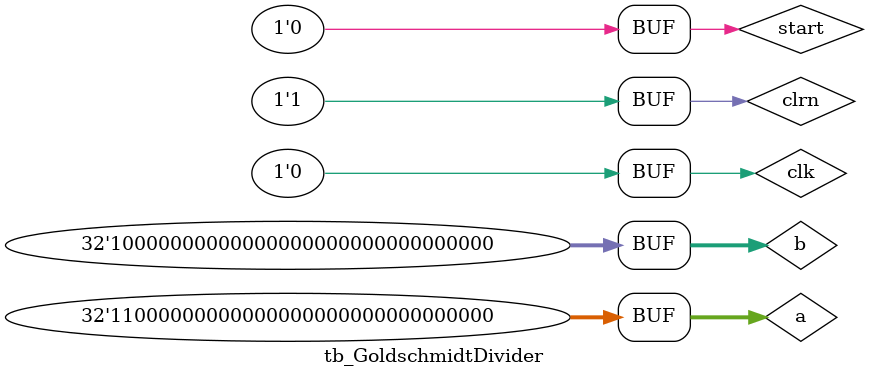
<source format=v>
`timescale 1ns / 1ps

module tb_GoldschmidtDivider();
    reg clk, clrn;        // Clock and Reset
    reg [31:0] a, b;      // Dividend and Divisor
    reg start;            // Start signal
    wire [31:0] q;        // Quotient
    wire busy;            // Calculation continues                
    wire ready;
    wire [31:0] yn;
    
    GoldschmidtDivider divider(clk, clrn, 
                               a, b,
                               start,   
                               q,
                               busy,     
                               ready, 
                               yn);
    
    // Clock
    always begin
       clk = 1'b1;
       #5;
       clk = 1'b0;
       #5;
    end
    
    initial begin
        clrn = 1'b1;
        #10;
        
        a = 32'hC000_0000;  // 0.75
        b = 32'h8000_0000;  // 0.5
        #10;
        
        start = 1'b1;
        #10;
        start = 1'b0;
    end

endmodule

</source>
